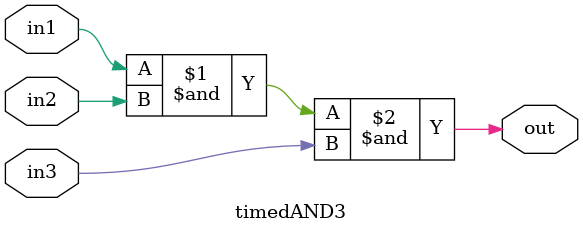
<source format=v>
`timescale 1ns / 1ps

`define	D		0	// definition of the delay

module timedAND3(out, in1, in2, in3);

input in1, in2, in3;
output out;

and		#`D		and1(out, in1, in2, in3);


endmodule
</source>
